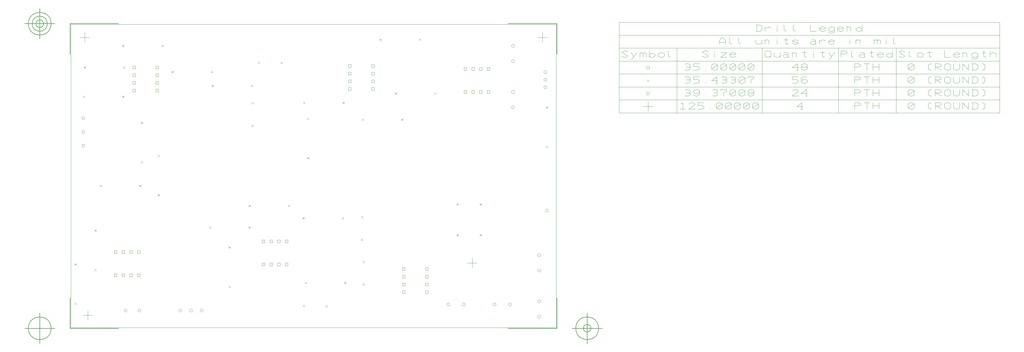
<source format=gbr>
G04 Generated by Ultiboard 11.0 *
%FSLAX25Y25*%
%MOIN*%

%ADD10C,0.00394*%
%ADD11C,0.00039*%
%ADD12C,0.00004*%
%ADD13C,0.00500*%


G04 ColorRGB 000000 for the following layer *
%LNDrill Symbols-Copper Top-Copper Bottom*%
%LPD*%
%FSLAX25Y25*%
%MOIN*%
G54D10*
X15750Y16000D02*
X28250Y16000D01*
X22000Y9750D02*
X22000Y22250D01*
X11750Y377000D02*
X24250Y377000D01*
X18000Y370750D02*
X18000Y383250D01*
X514750Y84000D02*
X527250Y84000D01*
X521000Y77750D02*
X521000Y90250D01*
X605750Y377000D02*
X618250Y377000D01*
X612000Y370750D02*
X612000Y383250D01*
X488059Y30043D02*
G75*
D01*
G02X488059Y30043I1969J0*
G01*
X568034Y30011D02*
G75*
D01*
G02X568034Y30011I1969J0*
G01*
X508051Y30042D02*
G75*
D01*
G02X508051Y30042I1969J0*
G01*
X548051Y30017D02*
G75*
D01*
G02X548051Y30017I1969J0*
G01*
X14362Y254142D02*
G75*
D01*
G02X14362Y254142I1969J0*
G01*
X14362Y236268D02*
G75*
D01*
G02X14362Y236268I1969J0*
G01*
X14362Y272016D02*
G75*
D01*
G02X14362Y272016I1969J0*
G01*
X154031Y22000D02*
G75*
D01*
G02X154031Y22000I1969J0*
G01*
X140094Y22000D02*
G75*
D01*
G02X140094Y22000I1969J0*
G01*
X167969Y22000D02*
G75*
D01*
G02X167969Y22000I1969J0*
G01*
X69094Y22000D02*
G75*
D01*
G02X69094Y22000I1969J0*
G01*
X86969Y22000D02*
G75*
D01*
G02X86969Y22000I1969J0*
G01*
X616031Y152000D02*
G75*
D01*
G02X616031Y152000I1969J0*
G01*
X605990Y34020D02*
G75*
D01*
G02X605990Y34020I1969J0*
G01*
X605989Y14028D02*
G75*
D01*
G02X605989Y14028I1969J0*
G01*
X606020Y94003D02*
G75*
D01*
G02X606020Y94003I1969J0*
G01*
X606015Y74020D02*
G75*
D01*
G02X606015Y74020I1969J0*
G01*
X571989Y286028D02*
G75*
D01*
G02X571989Y286028I1969J0*
G01*
X571990Y306020D02*
G75*
D01*
G02X571990Y306020I1969J0*
G01*
X572015Y346020D02*
G75*
D01*
G02X572015Y346020I1969J0*
G01*
X572020Y366003D02*
G75*
D01*
G02X572020Y366003I1969J0*
G01*
X614031Y312000D02*
G75*
D01*
G02X614031Y312000I1969J0*
G01*
X614031Y332000D02*
G75*
D01*
G02X614031Y332000I1969J0*
G01*
X614031Y322000D02*
G75*
D01*
G02X614031Y322000I1969J0*
G01*
X711630Y278854D02*
X1205724Y278854D01*
X1205724Y278854D02*
X1205724Y396669D01*
X1205724Y396669D02*
X711630Y396669D01*
X711630Y396669D02*
X711630Y278854D01*
X889123Y384879D02*
X894373Y384879D01*
X894373Y384879D02*
X896997Y386567D01*
X896997Y386567D02*
X896997Y391629D01*
X896997Y391629D02*
X894373Y393316D01*
X894373Y393316D02*
X889123Y393316D01*
X890436Y393316D02*
X890436Y384879D01*
X900934Y388254D02*
X904871Y390785D01*
X904871Y390785D02*
X906184Y390785D01*
X906184Y390785D02*
X908808Y389098D01*
X900934Y384879D02*
X900934Y390785D01*
X916682Y384879D02*
X916682Y389941D01*
X916682Y391629D02*
X916682Y392472D01*
X925869Y393316D02*
X925869Y386567D01*
X925869Y386567D02*
X928493Y384879D01*
X937680Y393316D02*
X937680Y386567D01*
X937680Y386567D02*
X940304Y384879D01*
X959990Y393316D02*
X959990Y384879D01*
X959990Y384879D02*
X967864Y384879D01*
X979675Y386567D02*
X977050Y384879D01*
X977050Y384879D02*
X974425Y384879D01*
X974425Y384879D02*
X971801Y386567D01*
X971801Y386567D02*
X971801Y389098D01*
X971801Y389098D02*
X974425Y390785D01*
X974425Y390785D02*
X977050Y390785D01*
X977050Y390785D02*
X979675Y389098D01*
X979675Y389098D02*
X978362Y388254D01*
X978362Y388254D02*
X971801Y388254D01*
X983612Y384036D02*
X986236Y382348D01*
X986236Y382348D02*
X988861Y382348D01*
X988861Y382348D02*
X991486Y384036D01*
X991486Y384036D02*
X991486Y386567D01*
X991486Y386567D02*
X991486Y389098D01*
X991486Y389098D02*
X988861Y390785D01*
X988861Y390785D02*
X986236Y390785D01*
X986236Y390785D02*
X983612Y389098D01*
X983612Y389098D02*
X983612Y386567D01*
X983612Y386567D02*
X986236Y384879D01*
X986236Y384879D02*
X988861Y384879D01*
X988861Y384879D02*
X991486Y386567D01*
X1003297Y386567D02*
X1000672Y384879D01*
X1000672Y384879D02*
X998047Y384879D01*
X998047Y384879D02*
X995423Y386567D01*
X995423Y386567D02*
X995423Y389098D01*
X995423Y389098D02*
X998047Y390785D01*
X998047Y390785D02*
X1000672Y390785D01*
X1000672Y390785D02*
X1003297Y389098D01*
X1003297Y389098D02*
X1001984Y388254D01*
X1001984Y388254D02*
X995423Y388254D01*
X1007234Y384879D02*
X1007234Y389941D01*
X1007234Y389941D02*
X1007234Y390785D01*
X1007234Y389941D02*
X1008546Y390785D01*
X1008546Y390785D02*
X1011171Y390785D01*
X1011171Y390785D02*
X1012483Y389941D01*
X1012483Y389941D02*
X1012483Y384879D01*
X1026919Y386567D02*
X1024294Y384879D01*
X1024294Y384879D02*
X1021669Y384879D01*
X1021669Y384879D02*
X1019045Y386567D01*
X1019045Y386567D02*
X1019045Y388254D01*
X1019045Y388254D02*
X1021669Y389941D01*
X1021669Y389941D02*
X1024294Y389941D01*
X1024294Y389941D02*
X1026919Y388254D01*
X1026919Y393316D02*
X1026919Y384879D01*
X711630Y379839D02*
X1205724Y379839D01*
X841879Y368049D02*
X841879Y373111D01*
X841879Y373111D02*
X844504Y376485D01*
X844504Y376485D02*
X847129Y376485D01*
X847129Y376485D02*
X849753Y373111D01*
X849753Y373111D02*
X849753Y368049D01*
X841879Y370580D02*
X849753Y370580D01*
X855003Y376485D02*
X855003Y369736D01*
X855003Y369736D02*
X857627Y368049D01*
X866814Y376485D02*
X866814Y369736D01*
X866814Y369736D02*
X869438Y368049D01*
X889123Y373954D02*
X889123Y369736D01*
X889123Y369736D02*
X891748Y368049D01*
X891748Y368049D02*
X894373Y368049D01*
X894373Y368049D02*
X896997Y369736D01*
X896997Y369736D02*
X896997Y373954D01*
X896997Y369736D02*
X896997Y368049D01*
X900934Y368049D02*
X900934Y373111D01*
X900934Y373111D02*
X900934Y373954D01*
X900934Y373111D02*
X902247Y373954D01*
X902247Y373954D02*
X904871Y373954D01*
X904871Y373954D02*
X906184Y373111D01*
X906184Y373111D02*
X906184Y368049D01*
X916682Y368049D02*
X916682Y373111D01*
X916682Y374798D02*
X916682Y375641D01*
X931118Y368892D02*
X929806Y368049D01*
X929806Y368049D02*
X928493Y368892D01*
X928493Y368892D02*
X928493Y376485D01*
X925869Y373954D02*
X931118Y373954D01*
X936367Y369736D02*
X938992Y368049D01*
X938992Y368049D02*
X941617Y368049D01*
X941617Y368049D02*
X944241Y369736D01*
X944241Y369736D02*
X936367Y372267D01*
X936367Y372267D02*
X938992Y373954D01*
X938992Y373954D02*
X941617Y373954D01*
X941617Y373954D02*
X944241Y372267D01*
X961302Y373954D02*
X965239Y373954D01*
X965239Y373954D02*
X966551Y373111D01*
X966551Y373111D02*
X966551Y368892D01*
X966551Y368892D02*
X965239Y368049D01*
X965239Y368049D02*
X961302Y368049D01*
X961302Y368049D02*
X959990Y368892D01*
X959990Y368892D02*
X959990Y370580D01*
X959990Y370580D02*
X961302Y371423D01*
X961302Y371423D02*
X966551Y371423D01*
X966551Y368892D02*
X967864Y368049D01*
X971801Y371423D02*
X975738Y373954D01*
X975738Y373954D02*
X977050Y373954D01*
X977050Y373954D02*
X979675Y372267D01*
X971801Y368049D02*
X971801Y373954D01*
X991486Y369736D02*
X988861Y368049D01*
X988861Y368049D02*
X986236Y368049D01*
X986236Y368049D02*
X983612Y369736D01*
X983612Y369736D02*
X983612Y372267D01*
X983612Y372267D02*
X986236Y373954D01*
X986236Y373954D02*
X988861Y373954D01*
X988861Y373954D02*
X991486Y372267D01*
X991486Y372267D02*
X990173Y371423D01*
X990173Y371423D02*
X983612Y371423D01*
X1011171Y368049D02*
X1011171Y373111D01*
X1011171Y374798D02*
X1011171Y375641D01*
X1019045Y368049D02*
X1019045Y373111D01*
X1019045Y373111D02*
X1019045Y373954D01*
X1019045Y373111D02*
X1020357Y373954D01*
X1020357Y373954D02*
X1022982Y373954D01*
X1022982Y373954D02*
X1024294Y373111D01*
X1024294Y373111D02*
X1024294Y368049D01*
X1042667Y368049D02*
X1042667Y373111D01*
X1042667Y373111D02*
X1042667Y373954D01*
X1042667Y373111D02*
X1043979Y373954D01*
X1043979Y373954D02*
X1045291Y373954D01*
X1045291Y373954D02*
X1046604Y373111D01*
X1046604Y373111D02*
X1047916Y373954D01*
X1047916Y373954D02*
X1049228Y373954D01*
X1049228Y373954D02*
X1050541Y373111D01*
X1050541Y373111D02*
X1050541Y368049D01*
X1046604Y373111D02*
X1046604Y368049D01*
X1058415Y368049D02*
X1058415Y373111D01*
X1058415Y374798D02*
X1058415Y375641D01*
X1067601Y376485D02*
X1067601Y369736D01*
X1067601Y369736D02*
X1070226Y368049D01*
X711630Y363008D02*
X1205724Y363008D01*
X999753Y351218D02*
X999753Y359654D01*
X999753Y359654D02*
X1005003Y359654D01*
X1005003Y359654D02*
X1007627Y357967D01*
X1007627Y357967D02*
X1007627Y357123D01*
X1007627Y357123D02*
X1005003Y355436D01*
X1005003Y355436D02*
X999753Y355436D01*
X1012877Y359654D02*
X1012877Y352905D01*
X1012877Y352905D02*
X1015501Y351218D01*
X1024688Y357123D02*
X1028625Y357123D01*
X1028625Y357123D02*
X1029937Y356280D01*
X1029937Y356280D02*
X1029937Y352062D01*
X1029937Y352062D02*
X1028625Y351218D01*
X1028625Y351218D02*
X1024688Y351218D01*
X1024688Y351218D02*
X1023375Y352062D01*
X1023375Y352062D02*
X1023375Y353749D01*
X1023375Y353749D02*
X1024688Y354593D01*
X1024688Y354593D02*
X1029937Y354593D01*
X1029937Y352062D02*
X1031249Y351218D01*
X1041748Y352062D02*
X1040436Y351218D01*
X1040436Y351218D02*
X1039123Y352062D01*
X1039123Y352062D02*
X1039123Y359654D01*
X1036499Y357123D02*
X1041748Y357123D01*
X1054871Y352905D02*
X1052247Y351218D01*
X1052247Y351218D02*
X1049622Y351218D01*
X1049622Y351218D02*
X1046997Y352905D01*
X1046997Y352905D02*
X1046997Y355436D01*
X1046997Y355436D02*
X1049622Y357123D01*
X1049622Y357123D02*
X1052247Y357123D01*
X1052247Y357123D02*
X1054871Y355436D01*
X1054871Y355436D02*
X1053559Y354593D01*
X1053559Y354593D02*
X1046997Y354593D01*
X1066682Y352905D02*
X1064058Y351218D01*
X1064058Y351218D02*
X1061433Y351218D01*
X1061433Y351218D02*
X1058808Y352905D01*
X1058808Y352905D02*
X1058808Y354593D01*
X1058808Y354593D02*
X1061433Y356280D01*
X1061433Y356280D02*
X1064058Y356280D01*
X1064058Y356280D02*
X1066682Y354593D01*
X1066682Y359654D02*
X1066682Y351218D01*
X711630Y346177D02*
X1205724Y346177D01*
X711630Y329346D02*
X1205724Y329346D01*
X711630Y312516D02*
X1205724Y312516D01*
X711630Y295685D02*
X1205724Y295685D01*
X715108Y352905D02*
X717732Y351218D01*
X717732Y351218D02*
X720357Y351218D01*
X720357Y351218D02*
X722982Y352905D01*
X722982Y352905D02*
X715108Y357967D01*
X715108Y357967D02*
X717732Y359654D01*
X717732Y359654D02*
X720357Y359654D01*
X720357Y359654D02*
X722982Y357967D01*
X726919Y348687D02*
X728231Y348687D01*
X728231Y348687D02*
X734793Y357123D01*
X726919Y357123D02*
X730856Y352062D01*
X738730Y351218D02*
X738730Y356280D01*
X738730Y356280D02*
X738730Y357123D01*
X738730Y356280D02*
X740042Y357123D01*
X740042Y357123D02*
X741354Y357123D01*
X741354Y357123D02*
X742667Y356280D01*
X742667Y356280D02*
X743979Y357123D01*
X743979Y357123D02*
X745291Y357123D01*
X745291Y357123D02*
X746604Y356280D01*
X746604Y356280D02*
X746604Y351218D01*
X742667Y356280D02*
X742667Y351218D01*
X750541Y352905D02*
X753165Y351218D01*
X753165Y351218D02*
X755790Y351218D01*
X755790Y351218D02*
X758415Y352905D01*
X758415Y352905D02*
X758415Y354593D01*
X758415Y354593D02*
X755790Y356280D01*
X755790Y356280D02*
X753165Y356280D01*
X753165Y356280D02*
X750541Y354593D01*
X750541Y359654D02*
X750541Y351218D01*
X762352Y352905D02*
X764976Y351218D01*
X764976Y351218D02*
X767601Y351218D01*
X767601Y351218D02*
X770226Y352905D01*
X770226Y352905D02*
X770226Y355436D01*
X770226Y355436D02*
X767601Y357123D01*
X767601Y357123D02*
X764976Y357123D01*
X764976Y357123D02*
X762352Y355436D01*
X762352Y355436D02*
X762352Y352905D01*
X775475Y359654D02*
X775475Y352905D01*
X775475Y352905D02*
X778100Y351218D01*
X749228Y281020D02*
X749228Y293520D01*
X742978Y287270D02*
X755478Y287270D01*
X747260Y304100D02*
G75*
D01*
G02X747260Y304100I1969J0*
G01*
X797522Y341980D02*
X798835Y342824D01*
X798835Y342824D02*
X801459Y342824D01*
X801459Y342824D02*
X804084Y341136D01*
X804084Y341136D02*
X804084Y339449D01*
X804084Y339449D02*
X802772Y338605D01*
X802772Y338605D02*
X804084Y337762D01*
X804084Y337762D02*
X804084Y336075D01*
X804084Y336075D02*
X801459Y334387D01*
X801459Y334387D02*
X798835Y334387D01*
X798835Y334387D02*
X797522Y335231D01*
X798835Y338605D02*
X802772Y338605D01*
X815895Y342824D02*
X808021Y342824D01*
X808021Y342824D02*
X808021Y339449D01*
X808021Y339449D02*
X813270Y339449D01*
X813270Y339449D02*
X815895Y337762D01*
X815895Y337762D02*
X815895Y336075D01*
X815895Y336075D02*
X813270Y334387D01*
X813270Y334387D02*
X808021Y334387D01*
X823769Y334387D02*
X823769Y335231D01*
X831643Y341136D02*
X834268Y342824D01*
X834268Y342824D02*
X836892Y342824D01*
X836892Y342824D02*
X839517Y341136D01*
X839517Y341136D02*
X839517Y336075D01*
X839517Y336075D02*
X836892Y334387D01*
X836892Y334387D02*
X834268Y334387D01*
X834268Y334387D02*
X831643Y336075D01*
X831643Y336075D02*
X831643Y341136D01*
X839517Y341136D02*
X831643Y336075D01*
X843454Y341136D02*
X846079Y342824D01*
X846079Y342824D02*
X848703Y342824D01*
X848703Y342824D02*
X851328Y341136D01*
X851328Y341136D02*
X851328Y336075D01*
X851328Y336075D02*
X848703Y334387D01*
X848703Y334387D02*
X846079Y334387D01*
X846079Y334387D02*
X843454Y336075D01*
X843454Y336075D02*
X843454Y341136D01*
X851328Y341136D02*
X843454Y336075D01*
X855265Y341136D02*
X857890Y342824D01*
X857890Y342824D02*
X860514Y342824D01*
X860514Y342824D02*
X863139Y341136D01*
X863139Y341136D02*
X863139Y336075D01*
X863139Y336075D02*
X860514Y334387D01*
X860514Y334387D02*
X857890Y334387D01*
X857890Y334387D02*
X855265Y336075D01*
X855265Y336075D02*
X855265Y341136D01*
X863139Y341136D02*
X855265Y336075D01*
X867076Y341136D02*
X869701Y342824D01*
X869701Y342824D02*
X872325Y342824D01*
X872325Y342824D02*
X874950Y341136D01*
X874950Y341136D02*
X874950Y336075D01*
X874950Y336075D02*
X872325Y334387D01*
X872325Y334387D02*
X869701Y334387D01*
X869701Y334387D02*
X867076Y336075D01*
X867076Y336075D02*
X867076Y341136D01*
X874950Y341136D02*
X867076Y336075D01*
X878887Y341136D02*
X881512Y342824D01*
X881512Y342824D02*
X884136Y342824D01*
X884136Y342824D02*
X886761Y341136D01*
X886761Y341136D02*
X886761Y336075D01*
X886761Y336075D02*
X884136Y334387D01*
X884136Y334387D02*
X881512Y334387D01*
X881512Y334387D02*
X878887Y336075D01*
X878887Y336075D02*
X878887Y341136D01*
X886761Y341136D02*
X878887Y336075D01*
X797522Y325149D02*
X798835Y325993D01*
X798835Y325993D02*
X801459Y325993D01*
X801459Y325993D02*
X804084Y324306D01*
X804084Y324306D02*
X804084Y322618D01*
X804084Y322618D02*
X802772Y321775D01*
X802772Y321775D02*
X804084Y320931D01*
X804084Y320931D02*
X804084Y319244D01*
X804084Y319244D02*
X801459Y317557D01*
X801459Y317557D02*
X798835Y317557D01*
X798835Y317557D02*
X797522Y318400D01*
X798835Y321775D02*
X802772Y321775D01*
X815895Y325993D02*
X808021Y325993D01*
X808021Y325993D02*
X808021Y322618D01*
X808021Y322618D02*
X813270Y322618D01*
X813270Y322618D02*
X815895Y320931D01*
X815895Y320931D02*
X815895Y319244D01*
X815895Y319244D02*
X813270Y317557D01*
X813270Y317557D02*
X808021Y317557D01*
X823769Y317557D02*
X823769Y318400D01*
X839517Y320931D02*
X831643Y320931D01*
X831643Y320931D02*
X838205Y325993D01*
X838205Y325993D02*
X838205Y317557D01*
X836892Y317557D02*
X839517Y317557D01*
X844766Y325149D02*
X846079Y325993D01*
X846079Y325993D02*
X848703Y325993D01*
X848703Y325993D02*
X851328Y324306D01*
X851328Y324306D02*
X851328Y322618D01*
X851328Y322618D02*
X850016Y321775D01*
X850016Y321775D02*
X851328Y320931D01*
X851328Y320931D02*
X851328Y319244D01*
X851328Y319244D02*
X848703Y317557D01*
X848703Y317557D02*
X846079Y317557D01*
X846079Y317557D02*
X844766Y318400D01*
X846079Y321775D02*
X850016Y321775D01*
X856577Y325149D02*
X857890Y325993D01*
X857890Y325993D02*
X860514Y325993D01*
X860514Y325993D02*
X863139Y324306D01*
X863139Y324306D02*
X863139Y322618D01*
X863139Y322618D02*
X861827Y321775D01*
X861827Y321775D02*
X863139Y320931D01*
X863139Y320931D02*
X863139Y319244D01*
X863139Y319244D02*
X860514Y317557D01*
X860514Y317557D02*
X857890Y317557D01*
X857890Y317557D02*
X856577Y318400D01*
X857890Y321775D02*
X861827Y321775D01*
X867076Y324306D02*
X869701Y325993D01*
X869701Y325993D02*
X872325Y325993D01*
X872325Y325993D02*
X874950Y324306D01*
X874950Y324306D02*
X874950Y319244D01*
X874950Y319244D02*
X872325Y317557D01*
X872325Y317557D02*
X869701Y317557D01*
X869701Y317557D02*
X867076Y319244D01*
X867076Y319244D02*
X867076Y324306D01*
X874950Y324306D02*
X867076Y319244D01*
X882824Y317557D02*
X882824Y321775D01*
X882824Y321775D02*
X886761Y324306D01*
X886761Y324306D02*
X886761Y325993D01*
X886761Y325993D02*
X878887Y325993D01*
X878887Y325993D02*
X878887Y324306D01*
X797522Y308319D02*
X798835Y309162D01*
X798835Y309162D02*
X801459Y309162D01*
X801459Y309162D02*
X804084Y307475D01*
X804084Y307475D02*
X804084Y305788D01*
X804084Y305788D02*
X802772Y304944D01*
X802772Y304944D02*
X804084Y304100D01*
X804084Y304100D02*
X804084Y302413D01*
X804084Y302413D02*
X801459Y300726D01*
X801459Y300726D02*
X798835Y300726D01*
X798835Y300726D02*
X797522Y301569D01*
X798835Y304944D02*
X802772Y304944D01*
X808021Y302413D02*
X810646Y300726D01*
X810646Y300726D02*
X813270Y300726D01*
X813270Y300726D02*
X815895Y302413D01*
X815895Y302413D02*
X815895Y305788D01*
X815895Y305788D02*
X815895Y307475D01*
X815895Y307475D02*
X813270Y309162D01*
X813270Y309162D02*
X810646Y309162D01*
X810646Y309162D02*
X808021Y307475D01*
X808021Y307475D02*
X808021Y305788D01*
X808021Y305788D02*
X810646Y304100D01*
X810646Y304100D02*
X813270Y304100D01*
X813270Y304100D02*
X815895Y305788D01*
X823769Y300726D02*
X823769Y301569D01*
X832955Y308319D02*
X834268Y309162D01*
X834268Y309162D02*
X836892Y309162D01*
X836892Y309162D02*
X839517Y307475D01*
X839517Y307475D02*
X839517Y305788D01*
X839517Y305788D02*
X838205Y304944D01*
X838205Y304944D02*
X839517Y304100D01*
X839517Y304100D02*
X839517Y302413D01*
X839517Y302413D02*
X836892Y300726D01*
X836892Y300726D02*
X834268Y300726D01*
X834268Y300726D02*
X832955Y301569D01*
X834268Y304944D02*
X838205Y304944D01*
X847391Y300726D02*
X847391Y304944D01*
X847391Y304944D02*
X851328Y307475D01*
X851328Y307475D02*
X851328Y309162D01*
X851328Y309162D02*
X843454Y309162D01*
X843454Y309162D02*
X843454Y307475D01*
X855265Y307475D02*
X857890Y309162D01*
X857890Y309162D02*
X860514Y309162D01*
X860514Y309162D02*
X863139Y307475D01*
X863139Y307475D02*
X863139Y302413D01*
X863139Y302413D02*
X860514Y300726D01*
X860514Y300726D02*
X857890Y300726D01*
X857890Y300726D02*
X855265Y302413D01*
X855265Y302413D02*
X855265Y307475D01*
X863139Y307475D02*
X855265Y302413D01*
X867076Y307475D02*
X869701Y309162D01*
X869701Y309162D02*
X872325Y309162D01*
X872325Y309162D02*
X874950Y307475D01*
X874950Y307475D02*
X874950Y302413D01*
X874950Y302413D02*
X872325Y300726D01*
X872325Y300726D02*
X869701Y300726D01*
X869701Y300726D02*
X867076Y302413D01*
X867076Y302413D02*
X867076Y307475D01*
X874950Y307475D02*
X867076Y302413D01*
X884136Y300726D02*
X881512Y300726D01*
X881512Y300726D02*
X878887Y302413D01*
X878887Y302413D02*
X878887Y304100D01*
X878887Y304100D02*
X880199Y304944D01*
X880199Y304944D02*
X878887Y305788D01*
X878887Y305788D02*
X878887Y307475D01*
X878887Y307475D02*
X881512Y309162D01*
X881512Y309162D02*
X884136Y309162D01*
X884136Y309162D02*
X886761Y307475D01*
X886761Y307475D02*
X886761Y305788D01*
X886761Y305788D02*
X885449Y304944D01*
X885449Y304944D02*
X886761Y304100D01*
X886761Y304100D02*
X886761Y302413D01*
X886761Y302413D02*
X884136Y300726D01*
X880199Y304944D02*
X885449Y304944D01*
X791617Y290644D02*
X794241Y292332D01*
X794241Y292332D02*
X794241Y283895D01*
X790304Y283895D02*
X798178Y283895D01*
X802115Y290644D02*
X804740Y292332D01*
X804740Y292332D02*
X807365Y292332D01*
X807365Y292332D02*
X809990Y290644D01*
X809990Y290644D02*
X809990Y289801D01*
X809990Y289801D02*
X802115Y283895D01*
X802115Y283895D02*
X809990Y283895D01*
X809990Y283895D02*
X809990Y284739D01*
X821801Y292332D02*
X813927Y292332D01*
X813927Y292332D02*
X813927Y288957D01*
X813927Y288957D02*
X819176Y288957D01*
X819176Y288957D02*
X821801Y287270D01*
X821801Y287270D02*
X821801Y285582D01*
X821801Y285582D02*
X819176Y283895D01*
X819176Y283895D02*
X813927Y283895D01*
X829675Y283895D02*
X829675Y284739D01*
X837549Y290644D02*
X840173Y292332D01*
X840173Y292332D02*
X842798Y292332D01*
X842798Y292332D02*
X845423Y290644D01*
X845423Y290644D02*
X845423Y285582D01*
X845423Y285582D02*
X842798Y283895D01*
X842798Y283895D02*
X840173Y283895D01*
X840173Y283895D02*
X837549Y285582D01*
X837549Y285582D02*
X837549Y290644D01*
X845423Y290644D02*
X837549Y285582D01*
X849360Y290644D02*
X851984Y292332D01*
X851984Y292332D02*
X854609Y292332D01*
X854609Y292332D02*
X857234Y290644D01*
X857234Y290644D02*
X857234Y285582D01*
X857234Y285582D02*
X854609Y283895D01*
X854609Y283895D02*
X851984Y283895D01*
X851984Y283895D02*
X849360Y285582D01*
X849360Y285582D02*
X849360Y290644D01*
X857234Y290644D02*
X849360Y285582D01*
X861171Y290644D02*
X863795Y292332D01*
X863795Y292332D02*
X866420Y292332D01*
X866420Y292332D02*
X869045Y290644D01*
X869045Y290644D02*
X869045Y285582D01*
X869045Y285582D02*
X866420Y283895D01*
X866420Y283895D02*
X863795Y283895D01*
X863795Y283895D02*
X861171Y285582D01*
X861171Y285582D02*
X861171Y290644D01*
X869045Y290644D02*
X861171Y285582D01*
X872982Y290644D02*
X875606Y292332D01*
X875606Y292332D02*
X878231Y292332D01*
X878231Y292332D02*
X880856Y290644D01*
X880856Y290644D02*
X880856Y285582D01*
X880856Y285582D02*
X878231Y283895D01*
X878231Y283895D02*
X875606Y283895D01*
X875606Y283895D02*
X872982Y285582D01*
X872982Y285582D02*
X872982Y290644D01*
X880856Y290644D02*
X872982Y285582D01*
X884793Y290644D02*
X887417Y292332D01*
X887417Y292332D02*
X890042Y292332D01*
X890042Y292332D02*
X892667Y290644D01*
X892667Y290644D02*
X892667Y285582D01*
X892667Y285582D02*
X890042Y283895D01*
X890042Y283895D02*
X887417Y283895D01*
X887417Y283895D02*
X884793Y285582D01*
X884793Y285582D02*
X884793Y290644D01*
X892667Y290644D02*
X884793Y285582D01*
X819832Y352905D02*
X822457Y351218D01*
X822457Y351218D02*
X825081Y351218D01*
X825081Y351218D02*
X827706Y352905D01*
X827706Y352905D02*
X819832Y357967D01*
X819832Y357967D02*
X822457Y359654D01*
X822457Y359654D02*
X825081Y359654D01*
X825081Y359654D02*
X827706Y357967D01*
X835580Y351218D02*
X835580Y356280D01*
X835580Y357967D02*
X835580Y358811D01*
X843454Y357123D02*
X851328Y357123D01*
X851328Y357123D02*
X843454Y351218D01*
X843454Y351218D02*
X851328Y351218D01*
X863139Y352905D02*
X860514Y351218D01*
X860514Y351218D02*
X857890Y351218D01*
X857890Y351218D02*
X855265Y352905D01*
X855265Y352905D02*
X855265Y355436D01*
X855265Y355436D02*
X857890Y357123D01*
X857890Y357123D02*
X860514Y357123D01*
X860514Y357123D02*
X863139Y355436D01*
X863139Y355436D02*
X861827Y354593D01*
X861827Y354593D02*
X855265Y354593D01*
X786827Y363008D02*
X786827Y278854D01*
X900934Y352905D02*
X903559Y351218D01*
X903559Y351218D02*
X906184Y351218D01*
X906184Y351218D02*
X908808Y352905D01*
X908808Y352905D02*
X908808Y357967D01*
X908808Y357967D02*
X906184Y359654D01*
X906184Y359654D02*
X903559Y359654D01*
X903559Y359654D02*
X900934Y357967D01*
X900934Y357967D02*
X900934Y352905D01*
X906184Y352905D02*
X908808Y351218D01*
X912745Y357123D02*
X912745Y352905D01*
X912745Y352905D02*
X915370Y351218D01*
X915370Y351218D02*
X917995Y351218D01*
X917995Y351218D02*
X920619Y352905D01*
X920619Y352905D02*
X920619Y357123D01*
X920619Y352905D02*
X920619Y351218D01*
X925869Y357123D02*
X929806Y357123D01*
X929806Y357123D02*
X931118Y356280D01*
X931118Y356280D02*
X931118Y352062D01*
X931118Y352062D02*
X929806Y351218D01*
X929806Y351218D02*
X925869Y351218D01*
X925869Y351218D02*
X924556Y352062D01*
X924556Y352062D02*
X924556Y353749D01*
X924556Y353749D02*
X925869Y354593D01*
X925869Y354593D02*
X931118Y354593D01*
X931118Y352062D02*
X932430Y351218D01*
X936367Y351218D02*
X936367Y356280D01*
X936367Y356280D02*
X936367Y357123D01*
X936367Y356280D02*
X937680Y357123D01*
X937680Y357123D02*
X940304Y357123D01*
X940304Y357123D02*
X941617Y356280D01*
X941617Y356280D02*
X941617Y351218D01*
X954740Y352062D02*
X953428Y351218D01*
X953428Y351218D02*
X952115Y352062D01*
X952115Y352062D02*
X952115Y359654D01*
X949491Y357123D02*
X954740Y357123D01*
X963927Y351218D02*
X963927Y356280D01*
X963927Y357967D02*
X963927Y358811D01*
X978362Y352062D02*
X977050Y351218D01*
X977050Y351218D02*
X975738Y352062D01*
X975738Y352062D02*
X975738Y359654D01*
X973113Y357123D02*
X978362Y357123D01*
X983612Y348687D02*
X984924Y348687D01*
X984924Y348687D02*
X991486Y357123D01*
X983612Y357123D02*
X987549Y352062D01*
X944241Y337762D02*
X936367Y337762D01*
X936367Y337762D02*
X942929Y342824D01*
X942929Y342824D02*
X942929Y334387D01*
X941617Y334387D02*
X944241Y334387D01*
X953428Y334387D02*
X950803Y334387D01*
X950803Y334387D02*
X948178Y336075D01*
X948178Y336075D02*
X948178Y337762D01*
X948178Y337762D02*
X949491Y338605D01*
X949491Y338605D02*
X948178Y339449D01*
X948178Y339449D02*
X948178Y341136D01*
X948178Y341136D02*
X950803Y342824D01*
X950803Y342824D02*
X953428Y342824D01*
X953428Y342824D02*
X956052Y341136D01*
X956052Y341136D02*
X956052Y339449D01*
X956052Y339449D02*
X954740Y338605D01*
X954740Y338605D02*
X956052Y337762D01*
X956052Y337762D02*
X956052Y336075D01*
X956052Y336075D02*
X953428Y334387D01*
X949491Y338605D02*
X954740Y338605D01*
X944241Y325993D02*
X936367Y325993D01*
X936367Y325993D02*
X936367Y322618D01*
X936367Y322618D02*
X941617Y322618D01*
X941617Y322618D02*
X944241Y320931D01*
X944241Y320931D02*
X944241Y319244D01*
X944241Y319244D02*
X941617Y317557D01*
X941617Y317557D02*
X936367Y317557D01*
X954740Y325993D02*
X950803Y325993D01*
X950803Y325993D02*
X948178Y324306D01*
X948178Y324306D02*
X948178Y320931D01*
X948178Y320931D02*
X948178Y319244D01*
X948178Y319244D02*
X950803Y317557D01*
X950803Y317557D02*
X953428Y317557D01*
X953428Y317557D02*
X956052Y319244D01*
X956052Y319244D02*
X956052Y320931D01*
X956052Y320931D02*
X953428Y322618D01*
X953428Y322618D02*
X950803Y322618D01*
X950803Y322618D02*
X948178Y320931D01*
X936367Y307475D02*
X938992Y309162D01*
X938992Y309162D02*
X941617Y309162D01*
X941617Y309162D02*
X944241Y307475D01*
X944241Y307475D02*
X944241Y306631D01*
X944241Y306631D02*
X936367Y300726D01*
X936367Y300726D02*
X944241Y300726D01*
X944241Y300726D02*
X944241Y301569D01*
X956052Y304100D02*
X948178Y304100D01*
X948178Y304100D02*
X954740Y309162D01*
X954740Y309162D02*
X954740Y300726D01*
X953428Y300726D02*
X956052Y300726D01*
X950147Y287270D02*
X942273Y287270D01*
X942273Y287270D02*
X948835Y292332D01*
X948835Y292332D02*
X948835Y283895D01*
X947522Y283895D02*
X950147Y283895D01*
X897457Y363008D02*
X897457Y278854D01*
X996276Y363008D02*
X996276Y278854D01*
X1074950Y352905D02*
X1077575Y351218D01*
X1077575Y351218D02*
X1080199Y351218D01*
X1080199Y351218D02*
X1082824Y352905D01*
X1082824Y352905D02*
X1074950Y357967D01*
X1074950Y357967D02*
X1077575Y359654D01*
X1077575Y359654D02*
X1080199Y359654D01*
X1080199Y359654D02*
X1082824Y357967D01*
X1088073Y359654D02*
X1088073Y352905D01*
X1088073Y352905D02*
X1090698Y351218D01*
X1098572Y352905D02*
X1101197Y351218D01*
X1101197Y351218D02*
X1103822Y351218D01*
X1103822Y351218D02*
X1106446Y352905D01*
X1106446Y352905D02*
X1106446Y355436D01*
X1106446Y355436D02*
X1103822Y357123D01*
X1103822Y357123D02*
X1101197Y357123D01*
X1101197Y357123D02*
X1098572Y355436D01*
X1098572Y355436D02*
X1098572Y352905D01*
X1116945Y352062D02*
X1115633Y351218D01*
X1115633Y351218D02*
X1114320Y352062D01*
X1114320Y352062D02*
X1114320Y359654D01*
X1111696Y357123D02*
X1116945Y357123D01*
X1134005Y359654D02*
X1134005Y351218D01*
X1134005Y351218D02*
X1141879Y351218D01*
X1153690Y352905D02*
X1151066Y351218D01*
X1151066Y351218D02*
X1148441Y351218D01*
X1148441Y351218D02*
X1145816Y352905D01*
X1145816Y352905D02*
X1145816Y355436D01*
X1145816Y355436D02*
X1148441Y357123D01*
X1148441Y357123D02*
X1151066Y357123D01*
X1151066Y357123D02*
X1153690Y355436D01*
X1153690Y355436D02*
X1152378Y354593D01*
X1152378Y354593D02*
X1145816Y354593D01*
X1157627Y351218D02*
X1157627Y356280D01*
X1157627Y356280D02*
X1157627Y357123D01*
X1157627Y356280D02*
X1158940Y357123D01*
X1158940Y357123D02*
X1161564Y357123D01*
X1161564Y357123D02*
X1162877Y356280D01*
X1162877Y356280D02*
X1162877Y351218D01*
X1169438Y350374D02*
X1172063Y348687D01*
X1172063Y348687D02*
X1174688Y348687D01*
X1174688Y348687D02*
X1177312Y350374D01*
X1177312Y350374D02*
X1177312Y352905D01*
X1177312Y352905D02*
X1177312Y355436D01*
X1177312Y355436D02*
X1174688Y357123D01*
X1174688Y357123D02*
X1172063Y357123D01*
X1172063Y357123D02*
X1169438Y355436D01*
X1169438Y355436D02*
X1169438Y352905D01*
X1169438Y352905D02*
X1172063Y351218D01*
X1172063Y351218D02*
X1174688Y351218D01*
X1174688Y351218D02*
X1177312Y352905D01*
X1187811Y352062D02*
X1186499Y351218D01*
X1186499Y351218D02*
X1185186Y352062D01*
X1185186Y352062D02*
X1185186Y359654D01*
X1182562Y357123D02*
X1187811Y357123D01*
X1193060Y355436D02*
X1195685Y357123D01*
X1195685Y357123D02*
X1198310Y357123D01*
X1198310Y357123D02*
X1200934Y355436D01*
X1200934Y355436D02*
X1200934Y351218D01*
X1193060Y359654D02*
X1193060Y351218D01*
X1086761Y341136D02*
X1089386Y342824D01*
X1089386Y342824D02*
X1092010Y342824D01*
X1092010Y342824D02*
X1094635Y341136D01*
X1094635Y341136D02*
X1094635Y336075D01*
X1094635Y336075D02*
X1092010Y334387D01*
X1092010Y334387D02*
X1089386Y334387D01*
X1089386Y334387D02*
X1086761Y336075D01*
X1086761Y336075D02*
X1086761Y341136D01*
X1094635Y341136D02*
X1086761Y336075D01*
X1116945Y334387D02*
X1115633Y334387D01*
X1115633Y334387D02*
X1113008Y336075D01*
X1113008Y336075D02*
X1113008Y341136D01*
X1113008Y341136D02*
X1115633Y342824D01*
X1115633Y342824D02*
X1116945Y342824D01*
X1122194Y334387D02*
X1122194Y342824D01*
X1122194Y342824D02*
X1127444Y342824D01*
X1127444Y342824D02*
X1130068Y341136D01*
X1130068Y341136D02*
X1130068Y340293D01*
X1130068Y340293D02*
X1127444Y338605D01*
X1127444Y338605D02*
X1122194Y338605D01*
X1123507Y338605D02*
X1130068Y334387D01*
X1134005Y336075D02*
X1136630Y334387D01*
X1136630Y334387D02*
X1139255Y334387D01*
X1139255Y334387D02*
X1141879Y336075D01*
X1141879Y336075D02*
X1141879Y341136D01*
X1141879Y341136D02*
X1139255Y342824D01*
X1139255Y342824D02*
X1136630Y342824D01*
X1136630Y342824D02*
X1134005Y341136D01*
X1134005Y341136D02*
X1134005Y336075D01*
X1145816Y342824D02*
X1145816Y336075D01*
X1145816Y336075D02*
X1148441Y334387D01*
X1148441Y334387D02*
X1151066Y334387D01*
X1151066Y334387D02*
X1153690Y336075D01*
X1153690Y336075D02*
X1153690Y342824D01*
X1157627Y334387D02*
X1157627Y342824D01*
X1157627Y342824D02*
X1165501Y334387D01*
X1165501Y334387D02*
X1165501Y342824D01*
X1169438Y334387D02*
X1174688Y334387D01*
X1174688Y334387D02*
X1177312Y336075D01*
X1177312Y336075D02*
X1177312Y341136D01*
X1177312Y341136D02*
X1174688Y342824D01*
X1174688Y342824D02*
X1169438Y342824D01*
X1170751Y342824D02*
X1170751Y334387D01*
X1182562Y342824D02*
X1183874Y342824D01*
X1183874Y342824D02*
X1186499Y341136D01*
X1186499Y341136D02*
X1186499Y336075D01*
X1186499Y336075D02*
X1183874Y334387D01*
X1183874Y334387D02*
X1182562Y334387D01*
X1086761Y324306D02*
X1089386Y325993D01*
X1089386Y325993D02*
X1092010Y325993D01*
X1092010Y325993D02*
X1094635Y324306D01*
X1094635Y324306D02*
X1094635Y319244D01*
X1094635Y319244D02*
X1092010Y317557D01*
X1092010Y317557D02*
X1089386Y317557D01*
X1089386Y317557D02*
X1086761Y319244D01*
X1086761Y319244D02*
X1086761Y324306D01*
X1094635Y324306D02*
X1086761Y319244D01*
X1116945Y317557D02*
X1115633Y317557D01*
X1115633Y317557D02*
X1113008Y319244D01*
X1113008Y319244D02*
X1113008Y324306D01*
X1113008Y324306D02*
X1115633Y325993D01*
X1115633Y325993D02*
X1116945Y325993D01*
X1122194Y317557D02*
X1122194Y325993D01*
X1122194Y325993D02*
X1127444Y325993D01*
X1127444Y325993D02*
X1130068Y324306D01*
X1130068Y324306D02*
X1130068Y323462D01*
X1130068Y323462D02*
X1127444Y321775D01*
X1127444Y321775D02*
X1122194Y321775D01*
X1123507Y321775D02*
X1130068Y317557D01*
X1134005Y319244D02*
X1136630Y317557D01*
X1136630Y317557D02*
X1139255Y317557D01*
X1139255Y317557D02*
X1141879Y319244D01*
X1141879Y319244D02*
X1141879Y324306D01*
X1141879Y324306D02*
X1139255Y325993D01*
X1139255Y325993D02*
X1136630Y325993D01*
X1136630Y325993D02*
X1134005Y324306D01*
X1134005Y324306D02*
X1134005Y319244D01*
X1145816Y325993D02*
X1145816Y319244D01*
X1145816Y319244D02*
X1148441Y317557D01*
X1148441Y317557D02*
X1151066Y317557D01*
X1151066Y317557D02*
X1153690Y319244D01*
X1153690Y319244D02*
X1153690Y325993D01*
X1157627Y317557D02*
X1157627Y325993D01*
X1157627Y325993D02*
X1165501Y317557D01*
X1165501Y317557D02*
X1165501Y325993D01*
X1169438Y317557D02*
X1174688Y317557D01*
X1174688Y317557D02*
X1177312Y319244D01*
X1177312Y319244D02*
X1177312Y324306D01*
X1177312Y324306D02*
X1174688Y325993D01*
X1174688Y325993D02*
X1169438Y325993D01*
X1170751Y325993D02*
X1170751Y317557D01*
X1182562Y325993D02*
X1183874Y325993D01*
X1183874Y325993D02*
X1186499Y324306D01*
X1186499Y324306D02*
X1186499Y319244D01*
X1186499Y319244D02*
X1183874Y317557D01*
X1183874Y317557D02*
X1182562Y317557D01*
X1086761Y307475D02*
X1089386Y309162D01*
X1089386Y309162D02*
X1092010Y309162D01*
X1092010Y309162D02*
X1094635Y307475D01*
X1094635Y307475D02*
X1094635Y302413D01*
X1094635Y302413D02*
X1092010Y300726D01*
X1092010Y300726D02*
X1089386Y300726D01*
X1089386Y300726D02*
X1086761Y302413D01*
X1086761Y302413D02*
X1086761Y307475D01*
X1094635Y307475D02*
X1086761Y302413D01*
X1116945Y300726D02*
X1115633Y300726D01*
X1115633Y300726D02*
X1113008Y302413D01*
X1113008Y302413D02*
X1113008Y307475D01*
X1113008Y307475D02*
X1115633Y309162D01*
X1115633Y309162D02*
X1116945Y309162D01*
X1122194Y300726D02*
X1122194Y309162D01*
X1122194Y309162D02*
X1127444Y309162D01*
X1127444Y309162D02*
X1130068Y307475D01*
X1130068Y307475D02*
X1130068Y306631D01*
X1130068Y306631D02*
X1127444Y304944D01*
X1127444Y304944D02*
X1122194Y304944D01*
X1123507Y304944D02*
X1130068Y300726D01*
X1134005Y302413D02*
X1136630Y300726D01*
X1136630Y300726D02*
X1139255Y300726D01*
X1139255Y300726D02*
X1141879Y302413D01*
X1141879Y302413D02*
X1141879Y307475D01*
X1141879Y307475D02*
X1139255Y309162D01*
X1139255Y309162D02*
X1136630Y309162D01*
X1136630Y309162D02*
X1134005Y307475D01*
X1134005Y307475D02*
X1134005Y302413D01*
X1145816Y309162D02*
X1145816Y302413D01*
X1145816Y302413D02*
X1148441Y300726D01*
X1148441Y300726D02*
X1151066Y300726D01*
X1151066Y300726D02*
X1153690Y302413D01*
X1153690Y302413D02*
X1153690Y309162D01*
X1157627Y300726D02*
X1157627Y309162D01*
X1157627Y309162D02*
X1165501Y300726D01*
X1165501Y300726D02*
X1165501Y309162D01*
X1169438Y300726D02*
X1174688Y300726D01*
X1174688Y300726D02*
X1177312Y302413D01*
X1177312Y302413D02*
X1177312Y307475D01*
X1177312Y307475D02*
X1174688Y309162D01*
X1174688Y309162D02*
X1169438Y309162D01*
X1170751Y309162D02*
X1170751Y300726D01*
X1182562Y309162D02*
X1183874Y309162D01*
X1183874Y309162D02*
X1186499Y307475D01*
X1186499Y307475D02*
X1186499Y302413D01*
X1186499Y302413D02*
X1183874Y300726D01*
X1183874Y300726D02*
X1182562Y300726D01*
X1086761Y290644D02*
X1089386Y292332D01*
X1089386Y292332D02*
X1092010Y292332D01*
X1092010Y292332D02*
X1094635Y290644D01*
X1094635Y290644D02*
X1094635Y285582D01*
X1094635Y285582D02*
X1092010Y283895D01*
X1092010Y283895D02*
X1089386Y283895D01*
X1089386Y283895D02*
X1086761Y285582D01*
X1086761Y285582D02*
X1086761Y290644D01*
X1094635Y290644D02*
X1086761Y285582D01*
X1116945Y283895D02*
X1115633Y283895D01*
X1115633Y283895D02*
X1113008Y285582D01*
X1113008Y285582D02*
X1113008Y290644D01*
X1113008Y290644D02*
X1115633Y292332D01*
X1115633Y292332D02*
X1116945Y292332D01*
X1122194Y283895D02*
X1122194Y292332D01*
X1122194Y292332D02*
X1127444Y292332D01*
X1127444Y292332D02*
X1130068Y290644D01*
X1130068Y290644D02*
X1130068Y289801D01*
X1130068Y289801D02*
X1127444Y288113D01*
X1127444Y288113D02*
X1122194Y288113D01*
X1123507Y288113D02*
X1130068Y283895D01*
X1134005Y285582D02*
X1136630Y283895D01*
X1136630Y283895D02*
X1139255Y283895D01*
X1139255Y283895D02*
X1141879Y285582D01*
X1141879Y285582D02*
X1141879Y290644D01*
X1141879Y290644D02*
X1139255Y292332D01*
X1139255Y292332D02*
X1136630Y292332D01*
X1136630Y292332D02*
X1134005Y290644D01*
X1134005Y290644D02*
X1134005Y285582D01*
X1145816Y292332D02*
X1145816Y285582D01*
X1145816Y285582D02*
X1148441Y283895D01*
X1148441Y283895D02*
X1151066Y283895D01*
X1151066Y283895D02*
X1153690Y285582D01*
X1153690Y285582D02*
X1153690Y292332D01*
X1157627Y283895D02*
X1157627Y292332D01*
X1157627Y292332D02*
X1165501Y283895D01*
X1165501Y283895D02*
X1165501Y292332D01*
X1169438Y283895D02*
X1174688Y283895D01*
X1174688Y283895D02*
X1177312Y285582D01*
X1177312Y285582D02*
X1177312Y290644D01*
X1177312Y290644D02*
X1174688Y292332D01*
X1174688Y292332D02*
X1169438Y292332D01*
X1170751Y292332D02*
X1170751Y283895D01*
X1182562Y292332D02*
X1183874Y292332D01*
X1183874Y292332D02*
X1186499Y290644D01*
X1186499Y290644D02*
X1186499Y285582D01*
X1186499Y285582D02*
X1183874Y283895D01*
X1183874Y283895D02*
X1182562Y283895D01*
X1017470Y317557D02*
X1017470Y325993D01*
X1017470Y325993D02*
X1022719Y325993D01*
X1022719Y325993D02*
X1025344Y324306D01*
X1025344Y324306D02*
X1025344Y323462D01*
X1025344Y323462D02*
X1022719Y321775D01*
X1022719Y321775D02*
X1017470Y321775D01*
X1033218Y317557D02*
X1033218Y325993D01*
X1029281Y325993D02*
X1037155Y325993D01*
X1041092Y317557D02*
X1041092Y325993D01*
X1048966Y317557D02*
X1048966Y325993D01*
X1041092Y321775D02*
X1048966Y321775D01*
X1017470Y300726D02*
X1017470Y309162D01*
X1017470Y309162D02*
X1022719Y309162D01*
X1022719Y309162D02*
X1025344Y307475D01*
X1025344Y307475D02*
X1025344Y306631D01*
X1025344Y306631D02*
X1022719Y304944D01*
X1022719Y304944D02*
X1017470Y304944D01*
X1033218Y300726D02*
X1033218Y309162D01*
X1029281Y309162D02*
X1037155Y309162D01*
X1041092Y300726D02*
X1041092Y309162D01*
X1048966Y300726D02*
X1048966Y309162D01*
X1041092Y304944D02*
X1048966Y304944D01*
X1017470Y283895D02*
X1017470Y292332D01*
X1017470Y292332D02*
X1022719Y292332D01*
X1022719Y292332D02*
X1025344Y290644D01*
X1025344Y290644D02*
X1025344Y289801D01*
X1025344Y289801D02*
X1022719Y288113D01*
X1022719Y288113D02*
X1017470Y288113D01*
X1033218Y283895D02*
X1033218Y292332D01*
X1029281Y292332D02*
X1037155Y292332D01*
X1041092Y283895D02*
X1041092Y292332D01*
X1048966Y283895D02*
X1048966Y292332D01*
X1041092Y288113D02*
X1048966Y288113D01*
X1017470Y334387D02*
X1017470Y342824D01*
X1017470Y342824D02*
X1022719Y342824D01*
X1022719Y342824D02*
X1025344Y341136D01*
X1025344Y341136D02*
X1025344Y340293D01*
X1025344Y340293D02*
X1022719Y338605D01*
X1022719Y338605D02*
X1017470Y338605D01*
X1033218Y334387D02*
X1033218Y342824D01*
X1029281Y342824D02*
X1037155Y342824D01*
X1041092Y334387D02*
X1041092Y342824D01*
X1048966Y334387D02*
X1048966Y342824D01*
X1041092Y338605D02*
X1048966Y338605D01*
X1071472Y363008D02*
X1071472Y278854D01*
X1205724Y363008D02*
X1205724Y278854D01*
G54D11*
X500747Y118747D02*
X503253Y121253D01*
X500747Y121253D02*
X503253Y118747D01*
X500747Y158747D02*
X503253Y161253D01*
X500747Y161253D02*
X503253Y158747D01*
X248250Y80250D02*
X251750Y80250D01*
X251750Y80250D02*
X251750Y83750D01*
X251750Y83750D02*
X248250Y83750D01*
X248250Y83750D02*
X248250Y80250D01*
X248250Y110250D02*
X251750Y110250D01*
X251750Y110250D02*
X251750Y113750D01*
X251750Y113750D02*
X248250Y113750D01*
X248250Y113750D02*
X248250Y110250D01*
X278250Y80250D02*
X281750Y80250D01*
X281750Y80250D02*
X281750Y83750D01*
X281750Y83750D02*
X278250Y83750D01*
X278250Y83750D02*
X278250Y80250D01*
X278250Y110250D02*
X281750Y110250D01*
X281750Y110250D02*
X281750Y113750D01*
X281750Y113750D02*
X278250Y113750D01*
X278250Y113750D02*
X278250Y110250D01*
X268250Y80250D02*
X271750Y80250D01*
X271750Y80250D02*
X271750Y83750D01*
X271750Y83750D02*
X268250Y83750D01*
X268250Y83750D02*
X268250Y80250D01*
X258250Y80250D02*
X261750Y80250D01*
X261750Y80250D02*
X261750Y83750D01*
X261750Y83750D02*
X258250Y83750D01*
X258250Y83750D02*
X258250Y80250D01*
X268250Y110250D02*
X271750Y110250D01*
X271750Y110250D02*
X271750Y113750D01*
X271750Y113750D02*
X268250Y113750D01*
X268250Y113750D02*
X268250Y110250D01*
X258250Y110250D02*
X261750Y110250D01*
X261750Y110250D02*
X261750Y113750D01*
X261750Y113750D02*
X258250Y113750D01*
X258250Y113750D02*
X258250Y110250D01*
X242747Y342944D02*
X245253Y345450D01*
X242747Y345450D02*
X245253Y342944D01*
X272275Y342747D02*
X274780Y345253D01*
X272275Y345253D02*
X274780Y342747D01*
X234550Y260747D02*
X237056Y263253D01*
X234550Y263253D02*
X237056Y260747D01*
X234747Y290275D02*
X237253Y292780D01*
X234747Y292780D02*
X237253Y290275D01*
X230747Y156747D02*
X233253Y159253D01*
X230747Y159253D02*
X233253Y156747D01*
X281928Y156747D02*
X284434Y159253D01*
X281928Y159253D02*
X284434Y156747D01*
X90747Y213566D02*
X93253Y216072D01*
X90747Y216072D02*
X93253Y213566D01*
X90747Y264747D02*
X93253Y267253D01*
X90747Y267253D02*
X93253Y264747D01*
X112747Y170747D02*
X115253Y173253D01*
X112747Y173253D02*
X115253Y170747D01*
X112747Y221928D02*
X115253Y224434D01*
X112747Y224434D02*
X115253Y221928D01*
X30747Y124747D02*
X33253Y127253D01*
X30747Y127253D02*
X33253Y124747D01*
X30747Y73566D02*
X33253Y76072D01*
X30747Y76072D02*
X33253Y73566D01*
X56250Y96250D02*
X59750Y96250D01*
X59750Y96250D02*
X59750Y99750D01*
X59750Y99750D02*
X56250Y99750D01*
X56250Y99750D02*
X56250Y96250D01*
X56250Y66250D02*
X59750Y66250D01*
X59750Y66250D02*
X59750Y69750D01*
X59750Y69750D02*
X56250Y69750D01*
X56250Y69750D02*
X56250Y66250D01*
X86250Y96250D02*
X89750Y96250D01*
X89750Y96250D02*
X89750Y99750D01*
X89750Y99750D02*
X86250Y99750D01*
X86250Y99750D02*
X86250Y96250D01*
X66250Y96250D02*
X69750Y96250D01*
X69750Y96250D02*
X69750Y99750D01*
X69750Y99750D02*
X66250Y99750D01*
X66250Y99750D02*
X66250Y96250D01*
X76250Y96250D02*
X79750Y96250D01*
X79750Y96250D02*
X79750Y99750D01*
X79750Y99750D02*
X76250Y99750D01*
X76250Y99750D02*
X76250Y96250D01*
X76250Y66250D02*
X79750Y66250D01*
X79750Y66250D02*
X79750Y69750D01*
X79750Y69750D02*
X76250Y69750D01*
X76250Y69750D02*
X76250Y66250D01*
X66250Y66250D02*
X69750Y66250D01*
X69750Y66250D02*
X69750Y69750D01*
X69750Y69750D02*
X66250Y69750D01*
X66250Y69750D02*
X66250Y66250D01*
X86250Y66250D02*
X89750Y66250D01*
X89750Y66250D02*
X89750Y69750D01*
X89750Y69750D02*
X86250Y69750D01*
X86250Y69750D02*
X86250Y66250D01*
X4747Y29566D02*
X7253Y32072D01*
X4747Y32072D02*
X7253Y29566D01*
X4747Y80747D02*
X7253Y83253D01*
X4747Y83253D02*
X7253Y80747D01*
X37566Y182747D02*
X40072Y185253D01*
X37566Y185253D02*
X40072Y182747D01*
X88747Y182747D02*
X91253Y185253D01*
X88747Y185253D02*
X91253Y182747D01*
X179566Y128747D02*
X182072Y131253D01*
X179566Y131253D02*
X182072Y128747D01*
X230747Y128747D02*
X233253Y131253D01*
X230747Y131253D02*
X233253Y128747D01*
X204747Y51566D02*
X207253Y54072D01*
X204747Y54072D02*
X207253Y51566D01*
X204747Y102747D02*
X207253Y105253D01*
X204747Y105253D02*
X207253Y102747D01*
X66747Y364747D02*
X69253Y367253D01*
X66747Y367253D02*
X69253Y364747D01*
X117928Y364747D02*
X120434Y367253D01*
X117928Y367253D02*
X120434Y364747D01*
X16747Y336747D02*
X19253Y339253D01*
X16747Y339253D02*
X19253Y336747D01*
X67928Y336747D02*
X70434Y339253D01*
X67928Y339253D02*
X70434Y336747D01*
X15566Y298747D02*
X18072Y301253D01*
X15566Y301253D02*
X18072Y298747D01*
X66747Y298747D02*
X69253Y301253D01*
X66747Y301253D02*
X69253Y298747D01*
X80250Y316250D02*
X83750Y316250D01*
X83750Y316250D02*
X83750Y319750D01*
X83750Y319750D02*
X80250Y319750D01*
X80250Y319750D02*
X80250Y316250D01*
X110250Y316250D02*
X113750Y316250D01*
X113750Y316250D02*
X113750Y319750D01*
X113750Y319750D02*
X110250Y319750D01*
X110250Y319750D02*
X110250Y316250D01*
X80250Y306250D02*
X83750Y306250D01*
X83750Y306250D02*
X83750Y309750D01*
X83750Y309750D02*
X80250Y309750D01*
X80250Y309750D02*
X80250Y306250D01*
X110250Y306250D02*
X113750Y306250D01*
X113750Y306250D02*
X113750Y309750D01*
X113750Y309750D02*
X110250Y309750D01*
X110250Y309750D02*
X110250Y306250D01*
X80250Y336250D02*
X83750Y336250D01*
X83750Y336250D02*
X83750Y339750D01*
X83750Y339750D02*
X80250Y339750D01*
X80250Y339750D02*
X80250Y336250D01*
X80250Y326250D02*
X83750Y326250D01*
X83750Y326250D02*
X83750Y329750D01*
X83750Y329750D02*
X80250Y329750D01*
X80250Y329750D02*
X80250Y326250D01*
X110250Y336250D02*
X113750Y336250D01*
X113750Y336250D02*
X113750Y339750D01*
X113750Y339750D02*
X110250Y339750D01*
X110250Y339750D02*
X110250Y336250D01*
X110250Y326250D02*
X113750Y326250D01*
X113750Y326250D02*
X113750Y329750D01*
X113750Y329750D02*
X110250Y329750D01*
X110250Y329750D02*
X110250Y326250D01*
X182747Y312747D02*
X185253Y315253D01*
X182747Y315253D02*
X185253Y312747D01*
X233928Y312747D02*
X236434Y315253D01*
X233928Y315253D02*
X236434Y312747D01*
X130747Y330747D02*
X133253Y333253D01*
X130747Y333253D02*
X133253Y330747D01*
X181928Y330747D02*
X184434Y333253D01*
X181928Y333253D02*
X184434Y330747D01*
X306747Y218747D02*
X309253Y221253D01*
X306747Y221253D02*
X309253Y218747D01*
X306747Y269928D02*
X309253Y272434D01*
X306747Y272434D02*
X309253Y269928D01*
X376550Y112747D02*
X379056Y115253D01*
X376550Y115253D02*
X379056Y112747D01*
X376747Y142275D02*
X379253Y144780D01*
X376747Y144780D02*
X379253Y142275D01*
X378747Y84275D02*
X381253Y86780D01*
X378747Y86780D02*
X381253Y84275D01*
X378550Y54747D02*
X381056Y57253D01*
X378550Y57253D02*
X381056Y54747D01*
X303566Y56747D02*
X306072Y59253D01*
X303566Y59253D02*
X306072Y56747D01*
X354747Y56747D02*
X357253Y59253D01*
X354747Y59253D02*
X357253Y56747D01*
X301220Y26747D02*
X303725Y29253D01*
X301220Y29253D02*
X303725Y26747D01*
X330747Y26550D02*
X333253Y29056D01*
X330747Y29056D02*
X333253Y26550D01*
X300747Y140747D02*
X303253Y143253D01*
X300747Y143253D02*
X303253Y140747D01*
X351928Y140747D02*
X354434Y143253D01*
X351928Y143253D02*
X354434Y140747D01*
X430250Y64250D02*
X433750Y64250D01*
X433750Y64250D02*
X433750Y67750D01*
X433750Y67750D02*
X430250Y67750D01*
X430250Y67750D02*
X430250Y64250D01*
X430250Y44250D02*
X433750Y44250D01*
X433750Y44250D02*
X433750Y47750D01*
X433750Y47750D02*
X430250Y47750D01*
X430250Y47750D02*
X430250Y44250D01*
X430250Y54250D02*
X433750Y54250D01*
X433750Y54250D02*
X433750Y57750D01*
X433750Y57750D02*
X430250Y57750D01*
X430250Y57750D02*
X430250Y54250D01*
X430250Y74250D02*
X433750Y74250D01*
X433750Y74250D02*
X433750Y77750D01*
X433750Y77750D02*
X430250Y77750D01*
X430250Y77750D02*
X430250Y74250D01*
X460250Y64250D02*
X463750Y64250D01*
X463750Y64250D02*
X463750Y67750D01*
X463750Y67750D02*
X460250Y67750D01*
X460250Y67750D02*
X460250Y64250D01*
X460250Y44250D02*
X463750Y44250D01*
X463750Y44250D02*
X463750Y47750D01*
X463750Y47750D02*
X460250Y47750D01*
X460250Y47750D02*
X460250Y44250D01*
X460250Y54250D02*
X463750Y54250D01*
X463750Y54250D02*
X463750Y57750D01*
X463750Y57750D02*
X460250Y57750D01*
X460250Y57750D02*
X460250Y54250D01*
X460250Y74250D02*
X463750Y74250D01*
X463750Y74250D02*
X463750Y77750D01*
X463750Y77750D02*
X460250Y77750D01*
X460250Y77750D02*
X460250Y74250D01*
X360250Y308250D02*
X363750Y308250D01*
X363750Y308250D02*
X363750Y311750D01*
X363750Y311750D02*
X360250Y311750D01*
X360250Y311750D02*
X360250Y308250D01*
X360250Y328250D02*
X363750Y328250D01*
X363750Y328250D02*
X363750Y331750D01*
X363750Y331750D02*
X360250Y331750D01*
X360250Y331750D02*
X360250Y328250D01*
X360250Y318250D02*
X363750Y318250D01*
X363750Y318250D02*
X363750Y321750D01*
X363750Y321750D02*
X360250Y321750D01*
X360250Y321750D02*
X360250Y318250D01*
X360250Y338250D02*
X363750Y338250D01*
X363750Y338250D02*
X363750Y341750D01*
X363750Y341750D02*
X360250Y341750D01*
X360250Y341750D02*
X360250Y338250D01*
X390250Y308250D02*
X393750Y308250D01*
X393750Y308250D02*
X393750Y311750D01*
X393750Y311750D02*
X390250Y311750D01*
X390250Y311750D02*
X390250Y308250D01*
X390250Y328250D02*
X393750Y328250D01*
X393750Y328250D02*
X393750Y331750D01*
X393750Y331750D02*
X390250Y331750D01*
X390250Y331750D02*
X390250Y328250D01*
X390250Y318250D02*
X393750Y318250D01*
X393750Y318250D02*
X393750Y321750D01*
X393750Y321750D02*
X390250Y321750D01*
X390250Y321750D02*
X390250Y318250D01*
X390250Y338250D02*
X393750Y338250D01*
X393750Y338250D02*
X393750Y341750D01*
X393750Y341750D02*
X390250Y341750D01*
X390250Y341750D02*
X390250Y338250D01*
X377566Y268747D02*
X380072Y271253D01*
X377566Y271253D02*
X380072Y268747D01*
X428747Y268747D02*
X431253Y271253D01*
X428747Y271253D02*
X431253Y268747D01*
X301566Y290747D02*
X304072Y293253D01*
X301566Y293253D02*
X304072Y290747D01*
X352747Y290747D02*
X355253Y293253D01*
X352747Y293253D02*
X355253Y290747D01*
X400747Y372747D02*
X403253Y375253D01*
X400747Y375253D02*
X403253Y372747D01*
X451928Y372747D02*
X454434Y375253D01*
X451928Y375253D02*
X454434Y372747D01*
X420747Y302747D02*
X423253Y305253D01*
X420747Y305253D02*
X423253Y302747D01*
X471928Y302747D02*
X474434Y305253D01*
X471928Y305253D02*
X474434Y302747D01*
X616747Y233566D02*
X619253Y236072D01*
X616747Y236072D02*
X619253Y233566D01*
X616747Y284747D02*
X619253Y287253D01*
X616747Y287253D02*
X619253Y284747D01*
X530747Y118747D02*
X533253Y121253D01*
X530747Y121253D02*
X533253Y118747D01*
X530747Y158747D02*
X533253Y161253D01*
X530747Y161253D02*
X533253Y158747D01*
X530250Y304250D02*
X533750Y304250D01*
X533750Y304250D02*
X533750Y307750D01*
X533750Y307750D02*
X530250Y307750D01*
X530250Y307750D02*
X530250Y304250D01*
X520250Y304250D02*
X523750Y304250D01*
X523750Y304250D02*
X523750Y307750D01*
X523750Y307750D02*
X520250Y307750D01*
X520250Y307750D02*
X520250Y304250D01*
X510250Y304250D02*
X513750Y304250D01*
X513750Y304250D02*
X513750Y307750D01*
X513750Y307750D02*
X510250Y307750D01*
X510250Y307750D02*
X510250Y304250D01*
X540250Y304250D02*
X543750Y304250D01*
X543750Y304250D02*
X543750Y307750D01*
X543750Y307750D02*
X540250Y307750D01*
X540250Y307750D02*
X540250Y304250D01*
X530250Y334250D02*
X533750Y334250D01*
X533750Y334250D02*
X533750Y337750D01*
X533750Y337750D02*
X530250Y337750D01*
X530250Y337750D02*
X530250Y334250D01*
X520250Y334250D02*
X523750Y334250D01*
X523750Y334250D02*
X523750Y337750D01*
X523750Y337750D02*
X520250Y337750D01*
X520250Y337750D02*
X520250Y334250D01*
X510250Y334250D02*
X513750Y334250D01*
X513750Y334250D02*
X513750Y337750D01*
X513750Y337750D02*
X510250Y337750D01*
X510250Y337750D02*
X510250Y334250D01*
X540250Y334250D02*
X543750Y334250D01*
X543750Y334250D02*
X543750Y337750D01*
X543750Y337750D02*
X540250Y337750D01*
X540250Y337750D02*
X540250Y334250D01*
X747976Y319678D02*
X750481Y322184D01*
X747976Y322184D02*
X750481Y319678D01*
X747478Y336012D02*
X750978Y336012D01*
X750978Y336012D02*
X750978Y339512D01*
X750978Y339512D02*
X747478Y339512D01*
X747478Y339512D02*
X747478Y336012D01*
G54D12*
X0Y0D02*
X629921Y0D01*
X629921Y0D02*
X629921Y393701D01*
X629921Y393701D02*
X0Y393701D01*
X0Y393701D02*
X0Y0D01*
G54D13*
X-1000Y-1000D02*
X-1000Y38570D01*
X-1000Y-1000D02*
X62192Y-1000D01*
X630921Y-1000D02*
X567729Y-1000D01*
X630921Y-1000D02*
X630921Y38570D01*
X630921Y394701D02*
X630921Y355131D01*
X630921Y394701D02*
X567729Y394701D01*
X-1000Y394701D02*
X62192Y394701D01*
X-1000Y394701D02*
X-1000Y355131D01*
X-20685Y-1000D02*
X-60055Y-1000D01*
X-40370Y-20685D02*
X-40370Y18685D01*
X-55134Y-1000D02*
G75*
D01*
G02X-55134Y-1000I14764J0*
G01*
X650606Y-1000D02*
X689976Y-1000D01*
X670291Y-20685D02*
X670291Y18685D01*
X655528Y-1000D02*
G75*
D01*
G02X655528Y-1000I14764J0*
G01*
X665370Y-1000D02*
G75*
D01*
G02X665370Y-1000I4921J0*
G01*
X-20685Y394701D02*
X-60055Y394701D01*
X-40370Y375016D02*
X-40370Y414386D01*
X-55134Y394701D02*
G75*
D01*
G02X-55134Y394701I14764J0*
G01*
X-50213Y394701D02*
G75*
D01*
G02X-50213Y394701I9843J0*
G01*
X-45291Y394701D02*
G75*
D01*
G02X-45291Y394701I4921J0*
G01*

M00*

</source>
